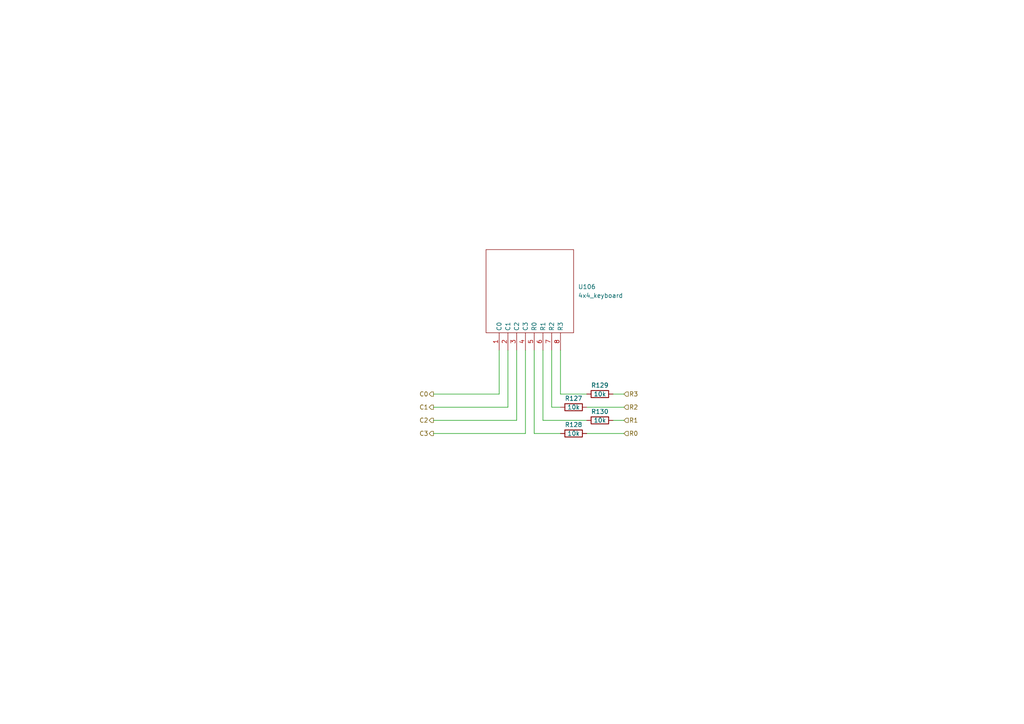
<source format=kicad_sch>
(kicad_sch (version 20211123) (generator eeschema)
  (paper "A4")
  (lib_symbols
    (symbol "Device:R" (pin_numbers hide) (pin_names (offset 0))
      (property "Reference" "R" (at 2.032 0 90))
      (property "Value" "R" (at 0 0 90))
      (symbol "R_0_1"
        (rectangle (start -1.016 -2.54) (end 1.016 2.54) (stroke (width 0.254)))
      )
      (symbol "R_1_1"
        (pin passive line (at 0 3.81 270) (length 1.27) (name "~") (number "1"))
        (pin passive line (at 0 -3.81 90) (length 1.27) (name "~") (number "2"))
      )
    )
    (symbol "mcu_centrifuge_library:4x4_keyboard" (in_bom no)
      (property "Reference" "U?" (at 13.97 5.7151 0))
      (property "Value" "4x4_keyboard" (at 13.97 3.1751 0))
      (symbol "4x4_keyboard_0_1"
        (rectangle (start -12.7 19.05) (end 12.7 -5.08))
      )
      (symbol "4x4_keyboard_1_1"
        (pin bidirectional line (at -8.89 -10.16 90) (length 5.08) (name "C0") (number "1"))
        (pin bidirectional line (at -6.35 -10.16 90) (length 5.08) (name "C1") (number "2"))
        (pin bidirectional line (at -3.81 -10.16 90) (length 5.08) (name "C2") (number "3"))
        (pin bidirectional line (at -1.27 -10.16 90) (length 5.08) (name "C3") (number "4"))
        (pin bidirectional line (at 1.27 -10.16 90) (length 5.08) (name "R0") (number "5"))
        (pin bidirectional line (at 3.81 -10.16 90) (length 5.08) (name "R1") (number "6"))
        (pin bidirectional line (at 6.35 -10.16 90) (length 5.08) (name "R2") (number "7"))
        (pin bidirectional line (at 8.89 -10.16 90) (length 5.08) (name "R3") (number "8"))
      )
    )
  )
  (wire (pts (xy 170.18 125.73) (xy 180.975 125.73)))
  (wire (pts (xy 177.8 114.3) (xy 180.975 114.3)))
  (wire (pts (xy 144.78 114.3) (xy 144.78 101.6)))
  (wire (pts (xy 162.56 125.73) (xy 154.94 125.73)))
  (wire (pts (xy 170.18 121.92) (xy 157.48 121.92)))
  (wire (pts (xy 170.18 118.11) (xy 180.975 118.11)))
  (wire (pts (xy 162.56 114.3) (xy 162.56 101.6)))
  (wire (pts (xy 162.56 118.11) (xy 160.02 118.11)))
  (wire (pts (xy 125.73 121.92) (xy 149.86 121.92)))
  (wire (pts (xy 177.8 121.92) (xy 180.975 121.92)))
  (wire (pts (xy 152.4 125.73) (xy 152.4 101.6)))
  (wire (pts (xy 125.73 125.73) (xy 152.4 125.73)))
  (wire (pts (xy 157.48 121.92) (xy 157.48 101.6)))
  (wire (pts (xy 170.18 114.3) (xy 162.56 114.3)))
  (wire (pts (xy 125.73 118.11) (xy 147.32 118.11)))
  (wire (pts (xy 147.32 118.11) (xy 147.32 101.6)))
  (wire (pts (xy 160.02 118.11) (xy 160.02 101.6)))
  (wire (pts (xy 154.94 125.73) (xy 154.94 101.6)))
  (wire (pts (xy 149.86 121.92) (xy 149.86 101.6)))
  (wire (pts (xy 125.73 114.3) (xy 144.78 114.3)))
  (hierarchical_label "C1" (shape output) (at 125.73 118.11 180))
  (hierarchical_label "R0" (shape input) (at 180.975 125.73 0))
  (hierarchical_label "R3" (shape input) (at 180.975 114.3 0))
  (hierarchical_label "C2" (shape output) (at 125.73 121.92 180))
  (hierarchical_label "C0" (shape output) (at 125.73 114.3 180))
  (hierarchical_label "C3" (shape output) (at 125.73 125.73 180))
  (hierarchical_label "R2" (shape input) (at 180.975 118.11 0))
  (hierarchical_label "R1" (shape input) (at 180.975 121.92 0))
  (symbol (lib_id "mcu_centrifuge_library:4x4_keyboard") (at 153.67 91.44 0) (unit 1)
    (property "Reference" "U106" (at 167.64 83.1849 0) (effects (justify left)))
    (property "Value" "4x4_keyboard" (at 167.64 85.7249 0) (effects (justify left)))
    (property "Footprint" "centrifuge_mcu:Adafruit 3844" (effects hide))
    (property "Datasheet" "https://no.mouser.com/ProductDetail/Adafruit/3844?qs=qSfuJ%252Bfl%2Fd6WS5%252BJGim1hw%3D%3D" (effects hide))
  )
  (symbol (lib_id "Device:R") (at 166.37 118.11 90) (unit 1)
    (property "Reference" "R127" (at 166.37 115.57 90))
    (property "Value" "10k" (at 166.37 118.11 90))
  )
  (symbol (lib_id "Device:R") (at 173.99 114.3 90) (unit 1)
    (property "Reference" "R129" (at 173.99 111.76 90))
    (property "Value" "10k" (at 173.99 114.3 90))
  )
  (symbol (lib_id "Device:R") (at 173.99 121.92 90) (unit 1)
    (property "Reference" "R130" (at 173.99 119.38 90))
    (property "Value" "10k" (at 173.99 121.92 90))
  )
  (symbol (lib_id "Device:R") (at 166.37 125.73 90) (unit 1)
    (property "Reference" "R128" (at 166.37 123.19 90))
    (property "Value" "10k" (at 166.37 125.73 90))
  )
)
</source>
